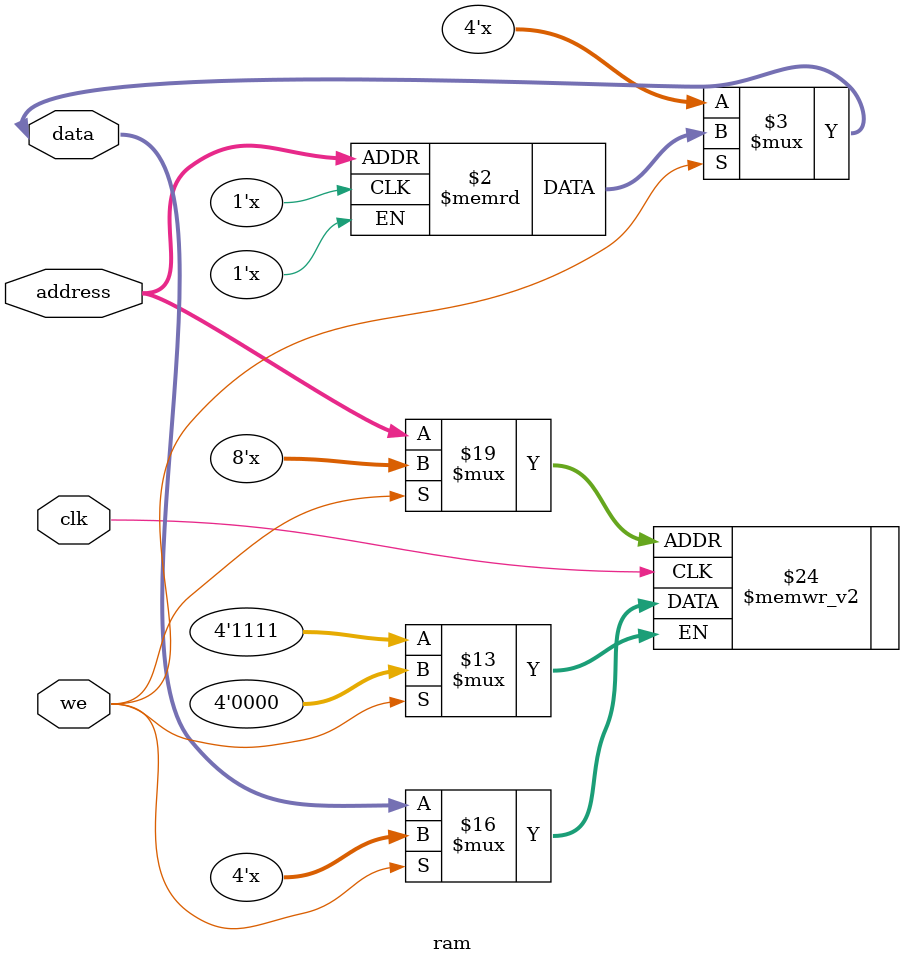
<source format=v>

module ram (
    clk,	// Clock Input
    address,	// Address Input
    data,	// Data bi-directional
    we		// Write enable, active low
  ); 

  parameter DATA_WIDTH = 4 ;
  parameter ADDR_WIDTH = 8 ;
  parameter RAM_DEPTH = 1 << ADDR_WIDTH;

  // Input Ports
  input                  clk;
  input [ADDR_WIDTH-1:0] address;
  input                  we;
  wire                   clk;
  wire [ADDR_WIDTH-1:0]  address;
  wire                   we;

  // Inout Ports
  inout [DATA_WIDTH-1:0]  data;
  wire  [DATA_WIDTH-1:0]  data;

  // Internal variables
  reg [DATA_WIDTH-1:0] mem [0:RAM_DEPTH-1];

  // Tri-State Buffer control 
  // output : When we = 1
  assign data = (we) ? mem[address] : 4'bz; 

  // Memory Write Block 
  // Write Operation : When we = 0
  always @ (posedge clk)
  begin : MEM_WRITE
    if ( !we ) begin
      mem[address] = data;
      // $display("Wrote %h to addr %h", data, address);
    end
  end

endmodule

</source>
